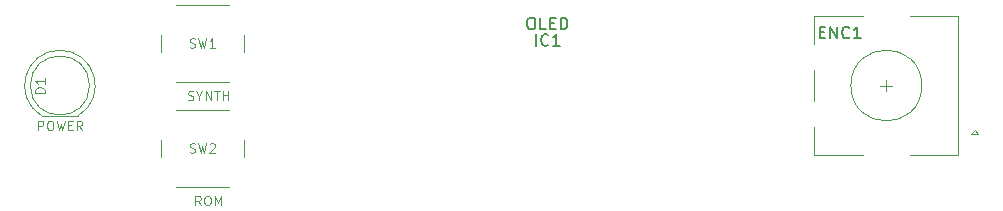
<source format=gto>
G04 #@! TF.GenerationSoftware,KiCad,Pcbnew,(5.1.8)-1*
G04 #@! TF.CreationDate,2022-07-09T03:05:26+02:00*
G04 #@! TF.ProjectId,BulkyMIDI-32 Module Panel,42756c6b-794d-4494-9449-2d3332204d6f,rev?*
G04 #@! TF.SameCoordinates,Original*
G04 #@! TF.FileFunction,Legend,Top*
G04 #@! TF.FilePolarity,Positive*
%FSLAX46Y46*%
G04 Gerber Fmt 4.6, Leading zero omitted, Abs format (unit mm)*
G04 Created by KiCad (PCBNEW (5.1.8)-1) date 2022-07-09 03:05:26*
%MOMM*%
%LPD*%
G01*
G04 APERTURE LIST*
%ADD10C,0.120000*%
%ADD11C,0.100000*%
%ADD12C,0.150000*%
G04 APERTURE END LIST*
D10*
X109630000Y-121273000D02*
X114130000Y-121273000D01*
X108380000Y-117273000D02*
X108380000Y-118773000D01*
X114130000Y-114773000D02*
X109630000Y-114773000D01*
X115380000Y-118773000D02*
X115380000Y-117273000D01*
X115380000Y-127663000D02*
X115380000Y-126163000D01*
X114130000Y-123663000D02*
X109630000Y-123663000D01*
X108380000Y-126163000D02*
X108380000Y-127663000D01*
X109630000Y-130163000D02*
X114130000Y-130163000D01*
X170285000Y-121579000D02*
X169285000Y-121579000D01*
X169785000Y-122079000D02*
X169785000Y-121079000D01*
X163685000Y-118079000D02*
X163685000Y-115679000D01*
X163685000Y-122879000D02*
X163685000Y-120279000D01*
X163685000Y-127479000D02*
X163685000Y-125079000D01*
X176985000Y-125679000D02*
X177285000Y-125379000D01*
X177585000Y-125679000D02*
X176985000Y-125679000D01*
X177285000Y-125379000D02*
X177585000Y-125679000D01*
X175885000Y-127479000D02*
X175885000Y-115679000D01*
X171785000Y-127479000D02*
X175885000Y-127479000D01*
X171785000Y-115679000D02*
X175885000Y-115679000D01*
X163685000Y-115679000D02*
X167785000Y-115679000D01*
X167785000Y-127479000D02*
X163685000Y-127479000D01*
X172785000Y-121579000D02*
G75*
G03*
X172785000Y-121579000I-3000000J0D01*
G01*
X102315000Y-121579000D02*
G75*
G03*
X102315000Y-121579000I-2500000J0D01*
G01*
X98270000Y-124139000D02*
X101360000Y-124139000D01*
X99815462Y-118589000D02*
G75*
G03*
X98270170Y-124139000I-462J-2990000D01*
G01*
X99814538Y-118589000D02*
G75*
G02*
X101359830Y-124139000I462J-2990000D01*
G01*
D11*
X110665714Y-122796809D02*
X110780000Y-122834904D01*
X110970476Y-122834904D01*
X111046666Y-122796809D01*
X111084761Y-122758714D01*
X111122857Y-122682523D01*
X111122857Y-122606333D01*
X111084761Y-122530142D01*
X111046666Y-122492047D01*
X110970476Y-122453952D01*
X110818095Y-122415857D01*
X110741904Y-122377761D01*
X110703809Y-122339666D01*
X110665714Y-122263476D01*
X110665714Y-122187285D01*
X110703809Y-122111095D01*
X110741904Y-122073000D01*
X110818095Y-122034904D01*
X111008571Y-122034904D01*
X111122857Y-122073000D01*
X111618095Y-122453952D02*
X111618095Y-122834904D01*
X111351428Y-122034904D02*
X111618095Y-122453952D01*
X111884761Y-122034904D01*
X112151428Y-122834904D02*
X112151428Y-122034904D01*
X112608571Y-122834904D01*
X112608571Y-122034904D01*
X112875238Y-122034904D02*
X113332380Y-122034904D01*
X113103809Y-122834904D02*
X113103809Y-122034904D01*
X113599047Y-122834904D02*
X113599047Y-122034904D01*
X113599047Y-122415857D02*
X114056190Y-122415857D01*
X114056190Y-122834904D02*
X114056190Y-122034904D01*
X110813333Y-118346809D02*
X110927619Y-118384904D01*
X111118095Y-118384904D01*
X111194285Y-118346809D01*
X111232380Y-118308714D01*
X111270476Y-118232523D01*
X111270476Y-118156333D01*
X111232380Y-118080142D01*
X111194285Y-118042047D01*
X111118095Y-118003952D01*
X110965714Y-117965857D01*
X110889523Y-117927761D01*
X110851428Y-117889666D01*
X110813333Y-117813476D01*
X110813333Y-117737285D01*
X110851428Y-117661095D01*
X110889523Y-117623000D01*
X110965714Y-117584904D01*
X111156190Y-117584904D01*
X111270476Y-117623000D01*
X111537142Y-117584904D02*
X111727619Y-118384904D01*
X111880000Y-117813476D01*
X112032380Y-118384904D01*
X112222857Y-117584904D01*
X112946666Y-118384904D02*
X112489523Y-118384904D01*
X112718095Y-118384904D02*
X112718095Y-117584904D01*
X112641904Y-117699190D01*
X112565714Y-117775380D01*
X112489523Y-117813476D01*
X111751428Y-131724904D02*
X111484761Y-131343952D01*
X111294285Y-131724904D02*
X111294285Y-130924904D01*
X111599047Y-130924904D01*
X111675238Y-130963000D01*
X111713333Y-131001095D01*
X111751428Y-131077285D01*
X111751428Y-131191571D01*
X111713333Y-131267761D01*
X111675238Y-131305857D01*
X111599047Y-131343952D01*
X111294285Y-131343952D01*
X112246666Y-130924904D02*
X112399047Y-130924904D01*
X112475238Y-130963000D01*
X112551428Y-131039190D01*
X112589523Y-131191571D01*
X112589523Y-131458238D01*
X112551428Y-131610619D01*
X112475238Y-131686809D01*
X112399047Y-131724904D01*
X112246666Y-131724904D01*
X112170476Y-131686809D01*
X112094285Y-131610619D01*
X112056190Y-131458238D01*
X112056190Y-131191571D01*
X112094285Y-131039190D01*
X112170476Y-130963000D01*
X112246666Y-130924904D01*
X112932380Y-131724904D02*
X112932380Y-130924904D01*
X113199047Y-131496333D01*
X113465714Y-130924904D01*
X113465714Y-131724904D01*
X110813333Y-127236809D02*
X110927619Y-127274904D01*
X111118095Y-127274904D01*
X111194285Y-127236809D01*
X111232380Y-127198714D01*
X111270476Y-127122523D01*
X111270476Y-127046333D01*
X111232380Y-126970142D01*
X111194285Y-126932047D01*
X111118095Y-126893952D01*
X110965714Y-126855857D01*
X110889523Y-126817761D01*
X110851428Y-126779666D01*
X110813333Y-126703476D01*
X110813333Y-126627285D01*
X110851428Y-126551095D01*
X110889523Y-126513000D01*
X110965714Y-126474904D01*
X111156190Y-126474904D01*
X111270476Y-126513000D01*
X111537142Y-126474904D02*
X111727619Y-127274904D01*
X111880000Y-126703476D01*
X112032380Y-127274904D01*
X112222857Y-126474904D01*
X112489523Y-126551095D02*
X112527619Y-126513000D01*
X112603809Y-126474904D01*
X112794285Y-126474904D01*
X112870476Y-126513000D01*
X112908571Y-126551095D01*
X112946666Y-126627285D01*
X112946666Y-126703476D01*
X112908571Y-126817761D01*
X112451428Y-127274904D01*
X112946666Y-127274904D01*
D12*
X164140714Y-117062571D02*
X164474047Y-117062571D01*
X164616904Y-117586380D02*
X164140714Y-117586380D01*
X164140714Y-116586380D01*
X164616904Y-116586380D01*
X165045476Y-117586380D02*
X165045476Y-116586380D01*
X165616904Y-117586380D01*
X165616904Y-116586380D01*
X166664523Y-117491142D02*
X166616904Y-117538761D01*
X166474047Y-117586380D01*
X166378809Y-117586380D01*
X166235952Y-117538761D01*
X166140714Y-117443523D01*
X166093095Y-117348285D01*
X166045476Y-117157809D01*
X166045476Y-117014952D01*
X166093095Y-116824476D01*
X166140714Y-116729238D01*
X166235952Y-116634000D01*
X166378809Y-116586380D01*
X166474047Y-116586380D01*
X166616904Y-116634000D01*
X166664523Y-116681619D01*
X167616904Y-117586380D02*
X167045476Y-117586380D01*
X167331190Y-117586380D02*
X167331190Y-116586380D01*
X167235952Y-116729238D01*
X167140714Y-116824476D01*
X167045476Y-116872095D01*
X140113809Y-118221380D02*
X140113809Y-117221380D01*
X141161428Y-118126142D02*
X141113809Y-118173761D01*
X140970952Y-118221380D01*
X140875714Y-118221380D01*
X140732857Y-118173761D01*
X140637619Y-118078523D01*
X140590000Y-117983285D01*
X140542380Y-117792809D01*
X140542380Y-117649952D01*
X140590000Y-117459476D01*
X140637619Y-117364238D01*
X140732857Y-117269000D01*
X140875714Y-117221380D01*
X140970952Y-117221380D01*
X141113809Y-117269000D01*
X141161428Y-117316619D01*
X142113809Y-118221380D02*
X141542380Y-118221380D01*
X141828095Y-118221380D02*
X141828095Y-117221380D01*
X141732857Y-117364238D01*
X141637619Y-117459476D01*
X141542380Y-117507095D01*
X139637619Y-115824380D02*
X139828095Y-115824380D01*
X139923333Y-115872000D01*
X140018571Y-115967238D01*
X140066190Y-116157714D01*
X140066190Y-116491047D01*
X140018571Y-116681523D01*
X139923333Y-116776761D01*
X139828095Y-116824380D01*
X139637619Y-116824380D01*
X139542380Y-116776761D01*
X139447142Y-116681523D01*
X139399523Y-116491047D01*
X139399523Y-116157714D01*
X139447142Y-115967238D01*
X139542380Y-115872000D01*
X139637619Y-115824380D01*
X140970952Y-116824380D02*
X140494761Y-116824380D01*
X140494761Y-115824380D01*
X141304285Y-116300571D02*
X141637619Y-116300571D01*
X141780476Y-116824380D02*
X141304285Y-116824380D01*
X141304285Y-115824380D01*
X141780476Y-115824380D01*
X142209047Y-116824380D02*
X142209047Y-115824380D01*
X142447142Y-115824380D01*
X142590000Y-115872000D01*
X142685238Y-115967238D01*
X142732857Y-116062476D01*
X142780476Y-116252952D01*
X142780476Y-116395809D01*
X142732857Y-116586285D01*
X142685238Y-116681523D01*
X142590000Y-116776761D01*
X142447142Y-116824380D01*
X142209047Y-116824380D01*
D11*
X98525904Y-122169476D02*
X97725904Y-122169476D01*
X97725904Y-121979000D01*
X97764000Y-121864714D01*
X97840190Y-121788523D01*
X97916380Y-121750428D01*
X98068761Y-121712333D01*
X98183047Y-121712333D01*
X98335428Y-121750428D01*
X98411619Y-121788523D01*
X98487809Y-121864714D01*
X98525904Y-121979000D01*
X98525904Y-122169476D01*
X98525904Y-120950428D02*
X98525904Y-121407571D01*
X98525904Y-121179000D02*
X97725904Y-121179000D01*
X97840190Y-121255190D01*
X97916380Y-121331380D01*
X97954476Y-121407571D01*
X97967380Y-125369904D02*
X97967380Y-124569904D01*
X98272142Y-124569904D01*
X98348333Y-124608000D01*
X98386428Y-124646095D01*
X98424523Y-124722285D01*
X98424523Y-124836571D01*
X98386428Y-124912761D01*
X98348333Y-124950857D01*
X98272142Y-124988952D01*
X97967380Y-124988952D01*
X98919761Y-124569904D02*
X99072142Y-124569904D01*
X99148333Y-124608000D01*
X99224523Y-124684190D01*
X99262619Y-124836571D01*
X99262619Y-125103238D01*
X99224523Y-125255619D01*
X99148333Y-125331809D01*
X99072142Y-125369904D01*
X98919761Y-125369904D01*
X98843571Y-125331809D01*
X98767380Y-125255619D01*
X98729285Y-125103238D01*
X98729285Y-124836571D01*
X98767380Y-124684190D01*
X98843571Y-124608000D01*
X98919761Y-124569904D01*
X99529285Y-124569904D02*
X99719761Y-125369904D01*
X99872142Y-124798476D01*
X100024523Y-125369904D01*
X100215000Y-124569904D01*
X100519761Y-124950857D02*
X100786428Y-124950857D01*
X100900714Y-125369904D02*
X100519761Y-125369904D01*
X100519761Y-124569904D01*
X100900714Y-124569904D01*
X101700714Y-125369904D02*
X101434047Y-124988952D01*
X101243571Y-125369904D02*
X101243571Y-124569904D01*
X101548333Y-124569904D01*
X101624523Y-124608000D01*
X101662619Y-124646095D01*
X101700714Y-124722285D01*
X101700714Y-124836571D01*
X101662619Y-124912761D01*
X101624523Y-124950857D01*
X101548333Y-124988952D01*
X101243571Y-124988952D01*
M02*

</source>
